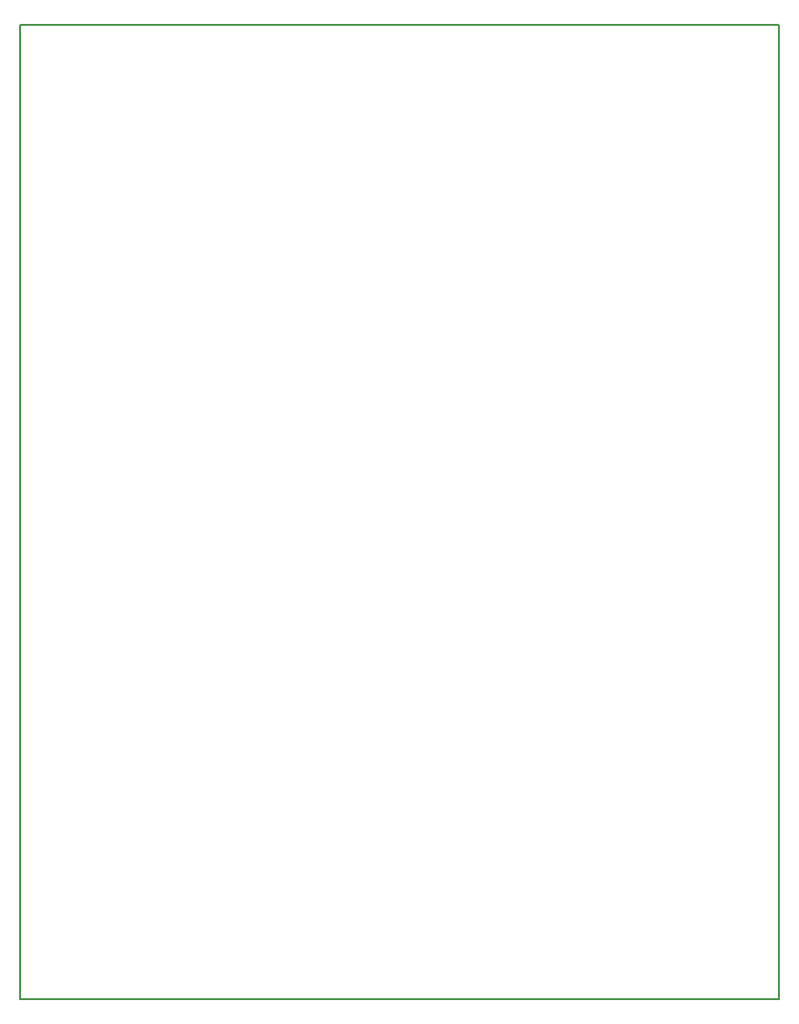
<source format=gbr>
G04 #@! TF.FileFunction,Profile,NP*
%FSLAX46Y46*%
G04 Gerber Fmt 4.6, Leading zero omitted, Abs format (unit mm)*
G04 Created by KiCad (PCBNEW 4.0.7-e2-6376~61~ubuntu18.04.1) date Sun Sep 22 13:29:54 2019*
%MOMM*%
%LPD*%
G01*
G04 APERTURE LIST*
%ADD10C,0.100000*%
%ADD11C,0.150000*%
G04 APERTURE END LIST*
D10*
D11*
X60750000Y-160250000D02*
X60750000Y-74000000D01*
X128000000Y-160250000D02*
X60750000Y-160250000D01*
X128000000Y-74000000D02*
X128000000Y-160250000D01*
X60750000Y-74000000D02*
X128000000Y-74000000D01*
X60750000Y-74000000D02*
X128000000Y-74000000D01*
M02*

</source>
